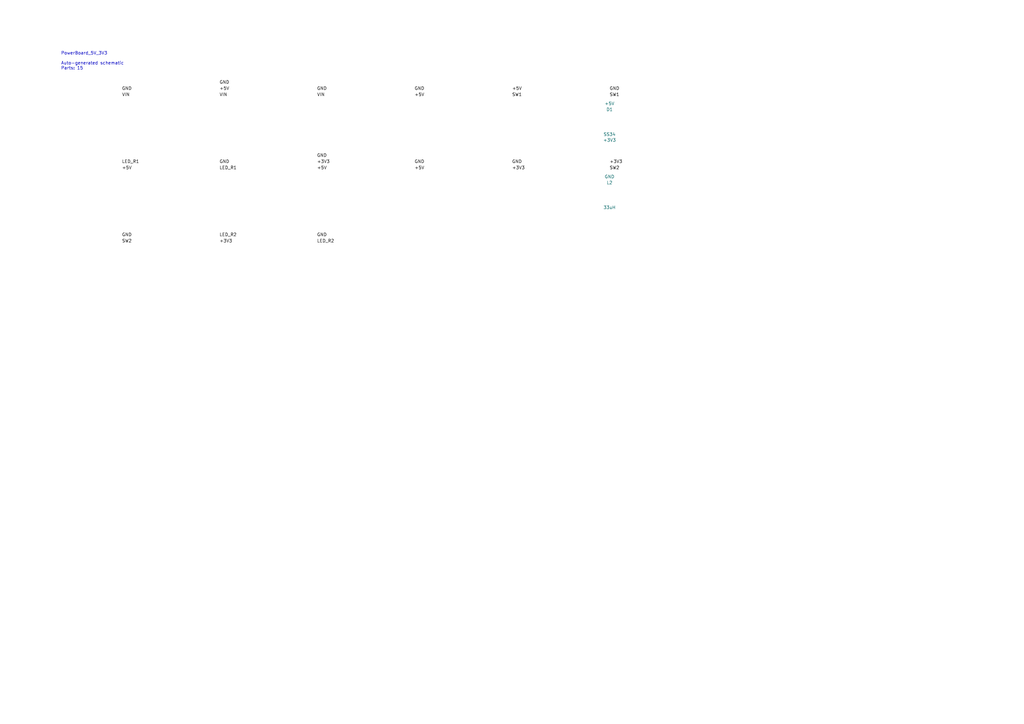
<source format=kicad_sch>
(kicad_sch (version 20250114) (generator "kicad_auto_builder") (generator_version "1.0")
  (paper "A3")
  (title_block (title "PowerBoard_5V_3V3") (date "2024-12-12") (rev "1.0") (company "Auto Generated") (comment 1 "Generated by kicad_auto_builder"))
  (lib_symbols
    (symbol "VIN" (power) (pin_numbers hide) (pin_names (offset 0) hide) (in_bom no)
      (property "Value" "VIN" (at 0 3.81 0))
      (symbol "VIN_0_1"
        (polyline (pts (xy -0.762 1.27) (xy 0 2.54)))
        (polyline (pts (xy 0 0) (xy 0 2.54)))
        (polyline (pts (xy 0 2.54) (xy 0.762 1.27)))
      )
      (symbol "VIN_1_1"
        (pin power_in line (at 0 0 90) (length 0) (name "VIN") (number "1"))
      )
    )
    (symbol "+5V" (power) (pin_numbers hide) (pin_names (offset 0) hide) (in_bom no)
      (property "Value" "+5V" (at 0 3.81 0))
      (symbol "+5V_0_1"
        (polyline (pts (xy -0.762 1.27) (xy 0 2.54)))
        (polyline (pts (xy 0 0) (xy 0 2.54)))
        (polyline (pts (xy 0 2.54) (xy 0.762 1.27)))
      )
      (symbol "+5V_1_1"
        (pin power_in line (at 0 0 90) (length 0) (name "+5V") (number "1"))
      )
    )
    (symbol "+3V3" (power) (pin_numbers hide) (pin_names (offset 0) hide) (in_bom no)
      (property "Value" "+3V3" (at 0 3.81 0))
      (symbol "+3V3_0_1"
        (polyline (pts (xy -0.762 1.27) (xy 0 2.54)))
        (polyline (pts (xy 0 0) (xy 0 2.54)))
        (polyline (pts (xy 0 2.54) (xy 0.762 1.27)))
      )
      (symbol "+3V3_1_1"
        (pin power_in line (at 0 0 90) (length 0) (name "+3V3") (number "1"))
      )
    )
    (symbol "GND" (power) (pin_numbers hide) (pin_names (offset 0) hide) (in_bom no)
      (property "Value" "GND" (at 0 -2.54 0))
      (symbol "GND_0_1"
        (polyline (pts (xy 0 0) (xy 0 -1.27) (xy 1.27 -1.27) (xy 0 -2.54) (xy -1.27 -1.27) (xy 0 -1.27)))
      )
      (symbol "GND_1_1"
        (pin power_in line (at 0 0 270) (length 0) (name "GND") (number "1"))
      )
    )
    (symbol "Barrel_Jack" (pin_names (offset 1.016))
      (property "Reference" "J" (at 0 6.35 0))
      (property "Value" "Barrel_Jack" (at 0 -6.35 0))
      (symbol "Barrel_Jack_0_1"
        (rectangle (start -5.08 5.08) (end 5.08 -5.08) (stroke (width 0.254)) (fill (type background)))
      )
      (symbol "Barrel_Jack_1_1"
        (pin passive line (at 7.62 2.54 180) (length 2.54) (name "+") (number "1"))
        (pin passive line (at 7.62 -2.54 180) (length 2.54) (name "-") (number "2"))
      )
    )
    (symbol "LM2596S-5" (pin_names (offset 1.016))
      (property "Reference" "U" (at 0 10.16 0))
      (property "Value" "LM2596S-5.0" (at 0 -10.16 0))
      (symbol "LM2596S-5_0_1"
        (rectangle (start -7.62 7.62) (end 7.62 -7.62) (stroke (width 0.254)) (fill (type background)))
      )
      (symbol "LM2596S-5_1_1"
        (pin power_in line (at -10.16 5.08 0) (length 2.54) (name "VIN") (number "1"))
        (pin output line (at 10.16 5.08 180) (length 2.54) (name "OUT") (number "2"))
        (pin power_in line (at 0 -10.16 90) (length 2.54) (name "GND") (number "3"))
        (pin input line (at 10.16 0 180) (length 2.54) (name "FB") (number "4"))
        (pin input line (at -10.16 0 0) (length 2.54) (name "ON/OFF") (number "5"))
      )
    )
    (symbol "CP" (pin_numbers hide) (pin_names (offset 0.254))
      (property "Reference" "C" (at 0.635 2.54 0))
      (property "Value" "CP" (at 0.635 -2.54 0))
      (symbol "CP_0_1"
        (rectangle (start -2.286 0.508) (end 2.286 1.016))
        (polyline (pts (xy -1.778 2.286) (xy -0.762 2.286)))
        (polyline (pts (xy -1.27 1.778) (xy -1.27 2.794)))
        (rectangle (start 2.286 -0.508) (end -2.286 -1.016) (fill (type outline)))
      )
      (symbol "CP_1_1"
        (pin passive line (at 0 3.81 270) (length 2.794) (name "1") (number "1"))
        (pin passive line (at 0 -3.81 90) (length 2.794) (name "2") (number "2"))
      )
    )
    (symbol "L" (pin_numbers hide) (pin_names (offset 1.016))
      (property "Reference" "L" (at -1.27 0 90))
      (property "Value" "L" (at 1.905 0 90))
      (symbol "L_0_1"
        (arc (start 0 -2.54) (mid 0.6323 -1.905) (end 0 -1.27))
        (arc (start 0 -1.27) (mid 0.6323 -0.635) (end 0 0))
        (arc (start 0 0) (mid 0.6323 0.635) (end 0 1.27))
        (arc (start 0 1.27) (mid 0.6323 1.905) (end 0 2.54))
      )
      (symbol "L_1_1"
        (pin passive line (at 0 5.08 270) (length 2.54) (name "1") (number "1"))
        (pin passive line (at 0 -5.08 90) (length 2.54) (name "2") (number "2"))
      )
    )
    (symbol "D_Schottky" (pin_numbers hide) (pin_names (offset 1.016) hide)
      (property "Reference" "D" (at 0 2.54 0))
      (property "Value" "D_Schottky" (at 0 -2.54 0))
      (symbol "D_Schottky_0_1"
        (polyline (pts (xy 1.27 0) (xy -1.27 0)))
        (polyline (pts (xy 1.27 1.27) (xy 1.27 -1.27) (xy -1.27 0) (xy 1.27 1.27)) (stroke (width 0.254)))
      )
      (symbol "D_Schottky_1_1"
        (pin passive line (at -3.81 0 0) (length 2.54) (name "K") (number "1"))
        (pin passive line (at 3.81 0 180) (length 2.54) (name "A") (number "2"))
      )
    )
    (symbol "LED" (pin_numbers hide) (pin_names (offset 1.016) hide)
      (property "Reference" "D" (at 0 2.54 0))
      (property "Value" "LED" (at 0 -2.54 0))
      (symbol "LED_0_1"
        (polyline (pts (xy -1.27 -1.27) (xy -1.27 1.27)) (stroke (width 0.254)))
        (polyline (pts (xy -1.27 0) (xy 1.27 0)))
        (polyline (pts (xy 1.27 -1.27) (xy 1.27 1.27) (xy -1.27 0) (xy 1.27 -1.27)) (stroke (width 0.254)))
      )
      (symbol "LED_1_1"
        (pin passive line (at -3.81 0 0) (length 2.54) (name "K") (number "1"))
        (pin passive line (at 3.81 0 180) (length 2.54) (name "A") (number "2"))
      )
    )
    (symbol "R" (pin_numbers hide) (pin_names (offset 0))
      (property "Reference" "R" (at 2.032 0 90))
      (property "Value" "R" (at 0 0 90))
      (symbol "R_0_1"
        (rectangle (start -1.016 -2.54) (end 1.016 2.54) (stroke (width 0.254)))
      )
      (symbol "R_1_1"
        (pin passive line (at 0 5.08 270) (length 2.54) (name "1") (number "1"))
        (pin passive line (at 0 -5.08 90) (length 2.54) (name "2") (number "2"))
      )
    )
    (symbol "LM2596S-ADJ" (pin_names (offset 1.016))
      (property "Reference" "U" (at 0 10.16 0))
      (property "Value" "LM2596S-ADJ" (at 0 -10.16 0))
      (symbol "LM2596S-ADJ_0_1"
        (rectangle (start -7.62 7.62) (end 7.62 -7.62) (stroke (width 0.254)) (fill (type background)))
      )
      (symbol "LM2596S-ADJ_1_1"
        (pin power_in line (at -10.16 5.08 0) (length 2.54) (name "VIN") (number "1"))
        (pin output line (at 10.16 5.08 180) (length 2.54) (name "OUT") (number "2"))
        (pin power_in line (at 0 -10.16 90) (length 2.54) (name "GND") (number "3"))
        (pin input line (at 10.16 0 180) (length 2.54) (name "FB") (number "4"))
        (pin input line (at -10.16 0 0) (length 2.54) (name "ON/OFF") (number "5"))
      )
    )
    (symbol "C" (pin_numbers hide) (pin_names (offset 0.254))
      (property "Reference" "C" (at 0.635 2.54 0))
      (property "Value" "C" (at 0.635 -2.54 0))
      (symbol "C_0_1"
        (polyline (pts (xy -2.032 -0.762) (xy 2.032 -0.762)) (stroke (width 0.508)))
        (polyline (pts (xy -2.032 0.762) (xy 2.032 0.762)) (stroke (width 0.508)))
      )
      (symbol "C_1_1"
        (pin passive line (at 0 3.81 270) (length 2.794) (name "1") (number "1"))
        (pin passive line (at 0 -3.81 90) (length 2.794) (name "2") (number "2"))
      )
    )
  )
  (symbol (lib_id "custom:Barrel_Jack") (at 50.0 50.0 0) (unit 1)
    (property "Reference" "J1" (at 50.0 44.92 0))
    (property "Value" "DC Jack 12V" (at 50.0 55.08 0))
  )
  (symbol (lib_id "custom:LM2596S-5") (at 90.0 50.0 0) (unit 1)
    (property "Reference" "U1" (at 90.0 44.92 0))
    (property "Value" "LM2596S-5.0" (at 90.0 55.08 0))
  )
  (symbol (lib_id "custom:CP") (at 130.0 50.0 0) (unit 1)
    (property "Reference" "C1" (at 130.0 44.92 0))
    (property "Value" "100uF" (at 130.0 55.08 0))
  )
  (symbol (lib_id "custom:CP") (at 170.0 50.0 0) (unit 1)
    (property "Reference" "C2" (at 170.0 44.92 0))
    (property "Value" "220uF" (at 170.0 55.08 0))
  )
  (symbol (lib_id "custom:L") (at 210.0 50.0 0) (unit 1)
    (property "Reference" "L1" (at 210.0 44.92 0))
    (property "Value" "33uH" (at 210.0 55.08 0))
  )
  (symbol (lib_id "custom:D_Schottky") (at 250.0 50.0 0) (unit 1)
    (property "Reference" "D1" (at 250.0 44.92 0))
    (property "Value" "SS34" (at 250.0 55.08 0))
  )
  (symbol (lib_id "custom:LED") (at 50.0 80.0 0) (unit 1)
    (property "Reference" "D2" (at 50.0 74.92 0))
    (property "Value" "Green" (at 50.0 85.08 0))
  )
  (symbol (lib_id "custom:R") (at 90.0 80.0 0) (unit 1)
    (property "Reference" "R1" (at 90.0 74.92 0))
    (property "Value" "1k" (at 90.0 85.08 0))
  )
  (symbol (lib_id "custom:LM2596S-ADJ") (at 130.0 80.0 0) (unit 1)
    (property "Reference" "U2" (at 130.0 74.92 0))
    (property "Value" "LM2596S-ADJ" (at 130.0 85.08 0))
  )
  (symbol (lib_id "custom:C") (at 170.0 80.0 0) (unit 1)
    (property "Reference" "C3" (at 170.0 74.92 0))
    (property "Value" "10uF" (at 170.0 85.08 0))
  )
  (symbol (lib_id "custom:CP") (at 210.0 80.0 0) (unit 1)
    (property "Reference" "C4" (at 210.0 74.92 0))
    (property "Value" "100uF" (at 210.0 85.08 0))
  )
  (symbol (lib_id "custom:L") (at 250.0 80.0 0) (unit 1)
    (property "Reference" "L2" (at 250.0 74.92 0))
    (property "Value" "33uH" (at 250.0 85.08 0))
  )
  (symbol (lib_id "custom:D_Schottky") (at 50.0 110.0 0) (unit 1)
    (property "Reference" "D3" (at 50.0 104.92 0))
    (property "Value" "SS34" (at 50.0 115.08 0))
  )
  (symbol (lib_id "custom:LED") (at 90.0 110.0 0) (unit 1)
    (property "Reference" "D4" (at 90.0 104.92 0))
    (property "Value" "Yellow" (at 90.0 115.08 0))
  )
  (symbol (lib_id "custom:R") (at 130.0 110.0 0) (unit 1)
    (property "Reference" "R2" (at 130.0 104.92 0))
    (property "Value" "330" (at 130.0 115.08 0))
  )
  (symbol (lib_id "custom:VIN") (at 250.0 30.0 0) (unit 1) (in_bom no)
    (property "Reference" "#PWR" (effects hide))
    (property "Value" "VIN" (at 250.0 27.46 0))
  )
  (symbol (lib_id "custom:+5V") (at 250.0 45.0 0) (unit 1) (in_bom no)
    (property "Reference" "#PWR" (effects hide))
    (property "Value" "+5V" (at 250.0 42.46 0))
  )
  (symbol (lib_id "custom:+3V3") (at 250.0 60.0 0) (unit 1) (in_bom no)
    (property "Reference" "#PWR" (effects hide))
    (property "Value" "+3V3" (at 250.0 57.46 0))
  )
  (symbol (lib_id "custom:GND") (at 250.0 75.0 180) (unit 1) (in_bom no)
    (property "Reference" "#PWR" (effects hide))
    (property "Value" "GND" (at 250.0 72.46 0))
  )
  (label "VIN" (at 50.0 39.84 0))
  (label "GND" (at 50.0 37.300000000000004 0))
  (label "VIN" (at 90.0 39.84 0))
  (label "+5V" (at 90.0 37.300000000000004 0))
  (label "GND" (at 90.0 34.760000000000005 0))
  (label "VIN" (at 130.0 39.84 0))
  (label "GND" (at 130.0 37.300000000000004 0))
  (label "+5V" (at 170.0 39.84 0))
  (label "GND" (at 170.0 37.300000000000004 0))
  (label "SW1" (at 210.0 39.84 0))
  (label "+5V" (at 210.0 37.300000000000004 0))
  (label "SW1" (at 250.0 39.84 0))
  (label "GND" (at 250.0 37.300000000000004 0))
  (label "+5V" (at 50.0 69.84 0))
  (label "LED_R1" (at 50.0 67.3 0))
  (label "LED_R1" (at 90.0 69.84 0))
  (label "GND" (at 90.0 67.3 0))
  (label "+5V" (at 130.0 69.84 0))
  (label "+3V3" (at 130.0 67.3 0))
  (label "GND" (at 130.0 64.75999999999999 0))
  (label "+5V" (at 170.0 69.84 0))
  (label "GND" (at 170.0 67.3 0))
  (label "+3V3" (at 210.0 69.84 0))
  (label "GND" (at 210.0 67.3 0))
  (label "SW2" (at 250.0 69.84 0))
  (label "+3V3" (at 250.0 67.3 0))
  (label "SW2" (at 50.0 99.84 0))
  (label "GND" (at 50.0 97.3 0))
  (label "+3V3" (at 90.0 99.84 0))
  (label "LED_R2" (at 90.0 97.3 0))
  (label "LED_R2" (at 130.0 99.84 0))
  (label "GND" (at 130.0 97.3 0))
  (text "PowerBoard_5V_3V3\n\nAuto-generated schematic\nParts: 15" (at 25.0 25.0 0) (effects (font (size 1.27 1.27)) (justify left)))
)
</source>
